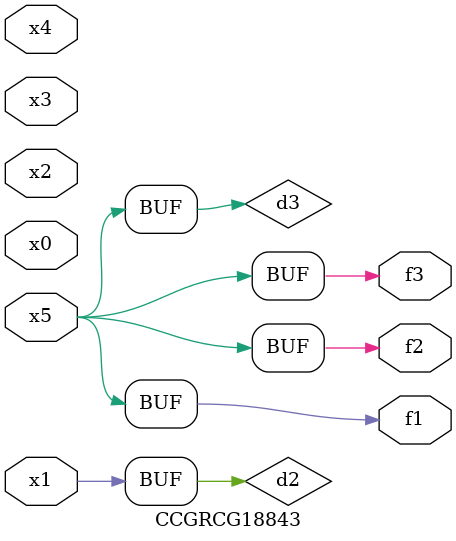
<source format=v>
module CCGRCG18843(
	input x0, x1, x2, x3, x4, x5,
	output f1, f2, f3
);

	wire d1, d2, d3;

	not (d1, x5);
	or (d2, x1);
	xnor (d3, d1);
	assign f1 = d3;
	assign f2 = d3;
	assign f3 = d3;
endmodule

</source>
